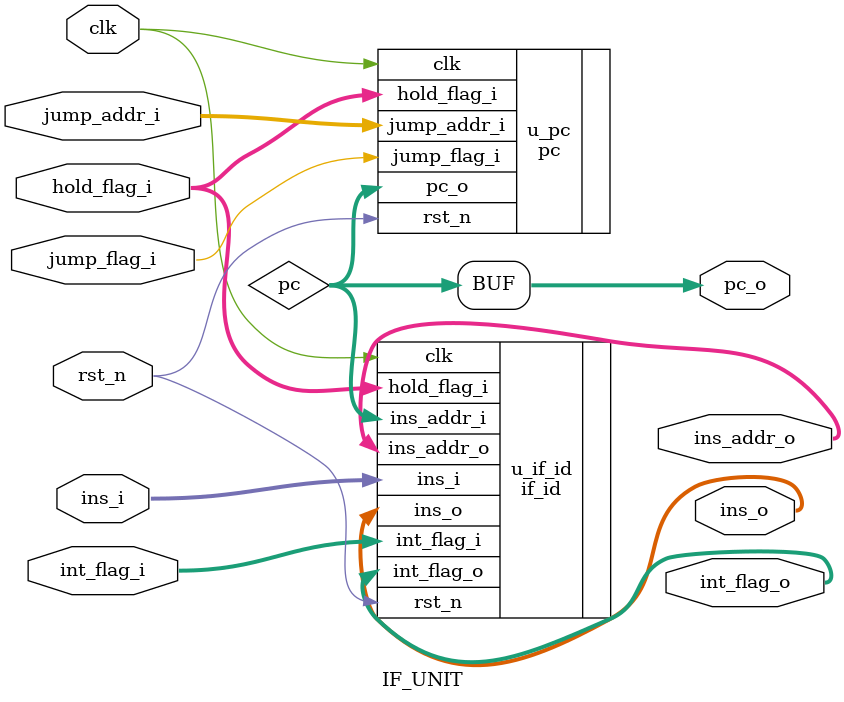
<source format=v>
`timescale 1ns / 1ps

`include "defines.v"

 module IF_UNIT
  ( 
     input   wire        clk         ,
     input   wire        rst_n       ,
     // from EX_UNIT        
     input   wire [2:0]  hold_flag_i ,
     input   wire        jump_flag_i ,
     input   wire [31:0] jump_addr_i , 
     // 这是为了将中断信号经if_id阶段同步后再输出        
     input   wire [7:0]  int_flag_i  ,
     output  wire [7:0]  int_flag_o  ,             
     // to ID_UNIT        
     output  wire [31:0] ins_o       , 
     output  wire [31:0] ins_addr_o  ,
     
     output  wire [31:0] pc_o        , 
     input   wire [31:0] ins_i          

  ); 
 
    wire[31:0]       pc;
    assign pc_o = pc;


     // PC寄存器模块例化
    pc u_pc(
        .clk         (clk)        ,
        .rst_n       (rst_n)      ,
        .hold_flag_i (hold_flag_i),
        .jump_flag_i (jump_flag_i),
        .jump_addr_i (jump_addr_i),
        .pc_o        (pc)
    );
    
    // 指令寄存器模块例化
    if_id u_if_id(
        .clk         (clk)        ,
        .rst_n       (rst_n)      ,
        .hold_flag_i (hold_flag_i),
        .int_flag_i  (int_flag_i) ,
        .int_flag_o  (int_flag_o) ,
        .ins_i       (ins_i)      , 
        .ins_addr_i  (pc)         ,
        .ins_o       (ins_o)      , 
        .ins_addr_o  (ins_addr_o) 
    );
    
endmodule
</source>
